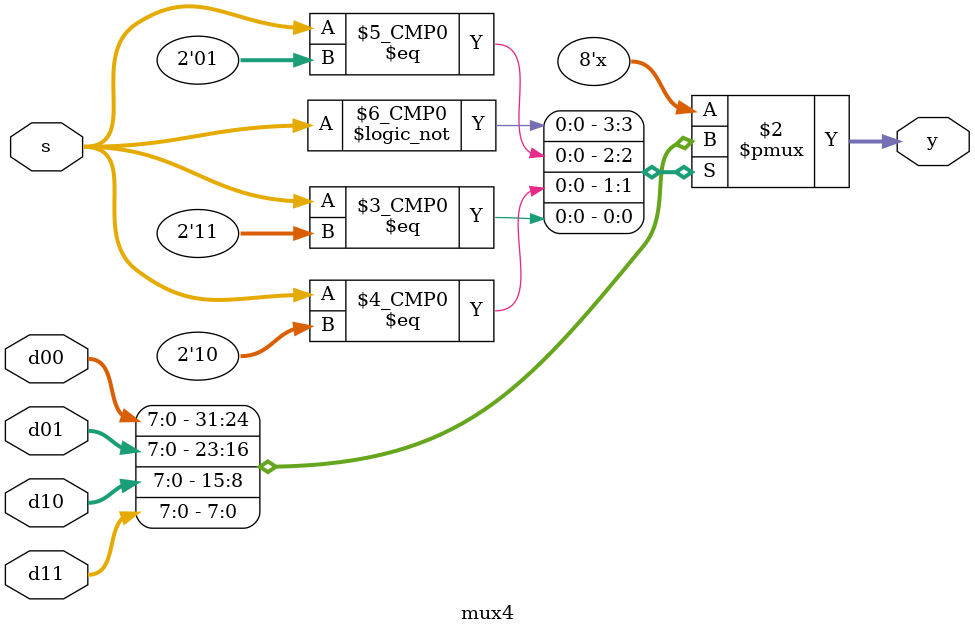
<source format=v>
`timescale 1ns / 1ps


module mux4 #(parameter WIDTH=8)
    (
    input [WIDTH-1:0] d00,d01,d10,d11,
    input [1:0] s,
    output reg [WIDTH-1:0] y
    );

    always@(*)
    case(s)
    2'b00:y<= d00;
    2'b01:y<= d01;
    2'b10:y<= d10;
    2'b11:y<= d11;
    endcase
    
endmodule

</source>
